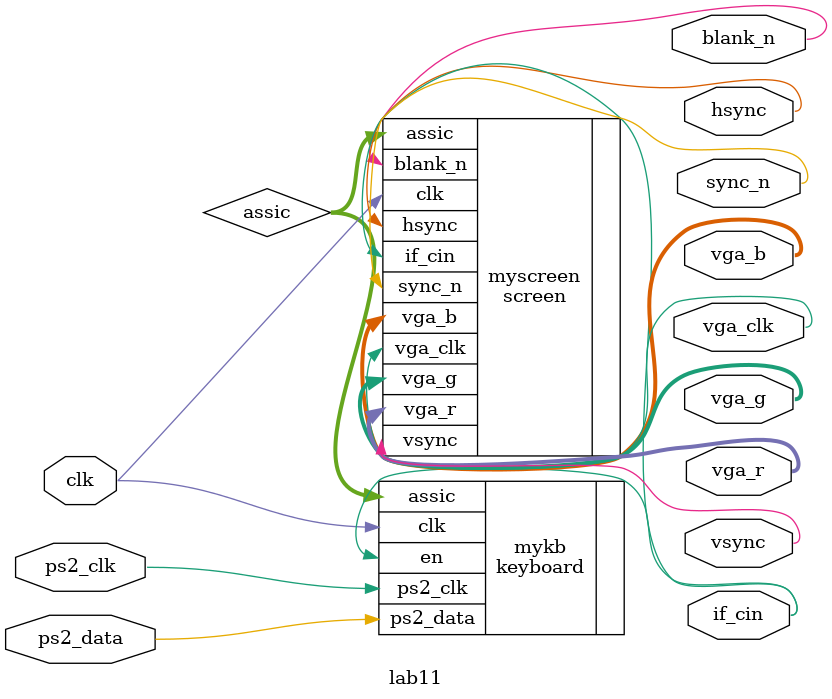
<source format=v>
module lab11(
//clock
output if_cin,
input clk, 
//keyboard
input ps2_clk,
input ps2_data,
//screen
output hsync,
output vsync,
output sync_n,
output blank_n,
output [7:0] vga_r,
output [7:0] vga_g,
output [7:0] vga_b,
output vga_clk
);


wire [7:0]assic;
//wire if_cin;

//get the ready assic code of keyboard input
keyboard mykb(
.clk(clk),
.ps2_clk(ps2_clk),
.ps2_data(ps2_data),
.assic(assic),
.en(if_cin)
);



screen myscreen(
.clk(clk), //时钟
.hsync(hsync),
.vsync(vsync),
.sync_n(sync_n),
.blank_n(blank_n),
.vga_r(vga_r),
.vga_g(vga_g),
.vga_b(vga_b),
.vga_clk(vga_clk),
.assic(assic),
.if_cin(if_cin),
);


endmodule




</source>
